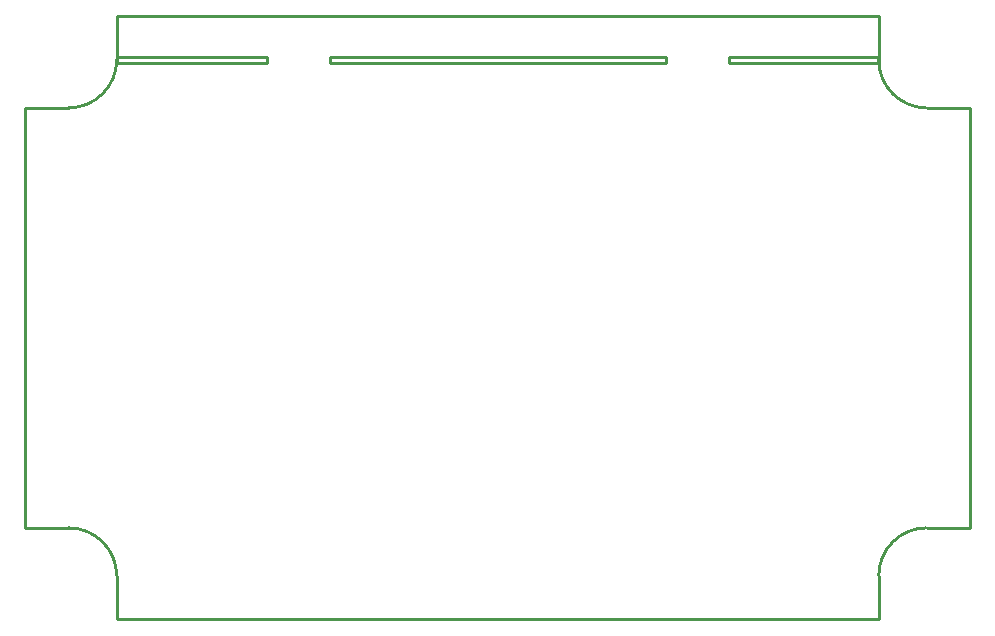
<source format=gko>
G04 Layer: BoardOutline*
G04 EasyEDA v6.4.19.5, 2021-05-22T15:38:53+02:00*
G04 3629cfa7d52e4947b918c6b19203bcd8,b771c775d4444e86a06a5321f8c966cb,10*
G04 Gerber Generator version 0.2*
G04 Scale: 100 percent, Rotated: No, Reflected: No *
G04 Dimensions in inches *
G04 leading zeros omitted , absolute positions ,3 integer and 6 decimal *
%FSLAX36Y36*%
%MOIN*%

%ADD10C,0.0100*%
D10*
X305000Y0D02*
G01*
X2845000Y0D01*
X2845000Y-145000D02*
G01*
X2845000Y0D01*
X305000Y0D02*
G01*
X305000Y-145000D01*
X305000Y-2010000D02*
G01*
X2845000Y-2010000D01*
X3150000Y-305000D02*
G01*
X3150000Y-1705000D01*
X305000Y-2010000D02*
G01*
X305000Y-1865000D01*
X145000Y-1705000D02*
G01*
X0Y-1705000D01*
X0Y-305000D02*
G01*
X145000Y-305000D01*
X3150000Y-305000D02*
G01*
X3005000Y-305000D01*
X2845000Y-2010000D02*
G01*
X2845000Y-1865000D01*
X3005000Y-1705000D02*
G01*
X3150000Y-1705000D01*
X0Y-305000D02*
G01*
X0Y-1705000D01*
G75*
G01*
X145000Y-305000D02*
G03*
X305000Y-145000I0J160000D01*
G75*
G01*
X305000Y-1865000D02*
G03*
X145000Y-1705000I-160000J0D01*
G75*
G01*
X2845000Y-145000D02*
G03*
X3005000Y-305000I160000J0D01*
G75*
G01*
X3005000Y-1705000D02*
G03*
X2845000Y-1865000I0J-160000D01*
X2345000Y-135000D02*
G01*
X2845000Y-135000D01*
X2845000Y-135000D02*
G01*
X2845000Y-155000D01*
X2845000Y-155000D02*
G01*
X2345000Y-155000D01*
X2345000Y-155000D02*
G01*
X2345000Y-135000D01*
X305000Y-135000D02*
G01*
X805000Y-135000D01*
X805000Y-135000D02*
G01*
X805000Y-155000D01*
X805000Y-155000D02*
G01*
X305000Y-155000D01*
X305000Y-155000D02*
G01*
X305000Y-135000D01*
X1015000Y-135000D02*
G01*
X2135000Y-135000D01*
X2135000Y-135000D02*
G01*
X2135000Y-155000D01*
X2135000Y-155000D02*
G01*
X1015000Y-155000D01*
X1015000Y-155000D02*
G01*
X1015000Y-135000D01*

%LPD*%
M02*

</source>
